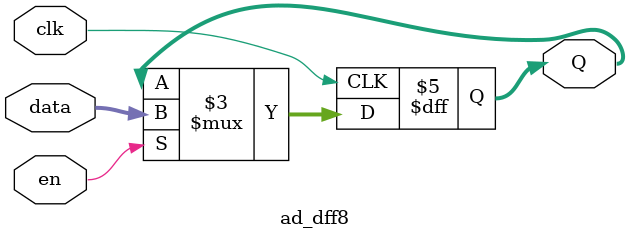
<source format=v>
module ad_dff8(data, clk, en, Q);
	input [7:0] data;
	input clk, en;
	output reg [7:0] Q;
	
	always@(posedge clk)
	begin
		if(en)
			Q <= data;//when clk is in posedge, the value of data will be assigned to Q
		else
			Q <= Q;//else, the value of Q will not change
	end
			
endmodule
</source>
